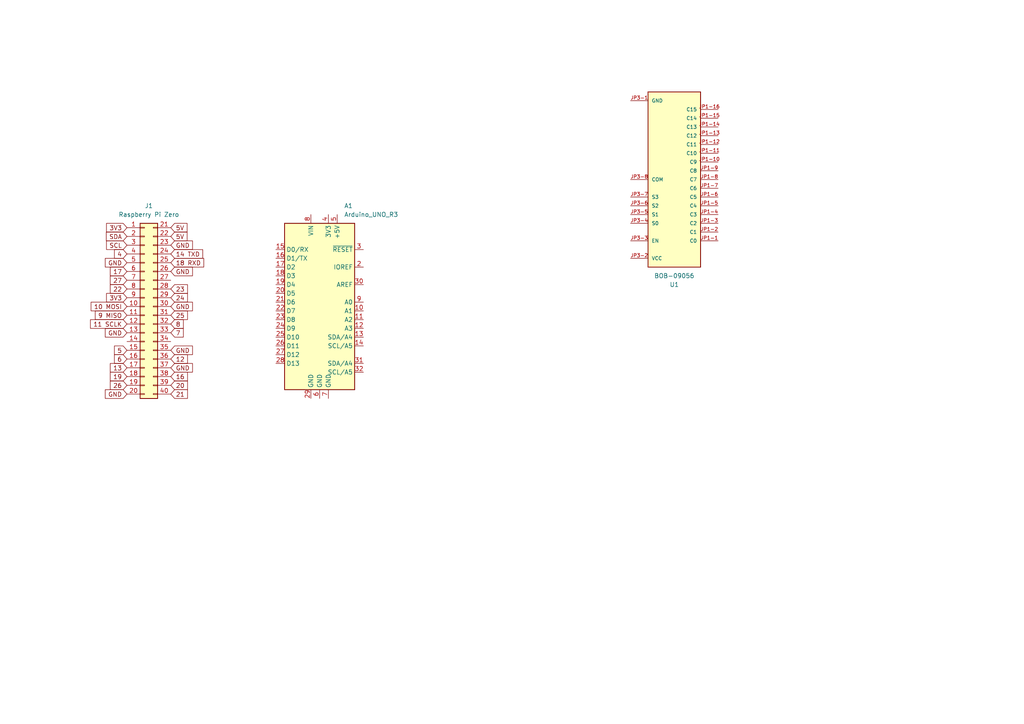
<source format=kicad_sch>
(kicad_sch (version 20211123) (generator eeschema)
  (paper "A4")
  (lib_symbols
    (symbol "BOB-09056:BOB-09056" (pin_names (offset 1.016))
      (property "Reference" "U" (at -7.62 25.908 0))
      (property "Value" "BOB-09056" (at -7.62 -27.94 0))
      (symbol "BOB-09056_0_0"
        (rectangle (start -7.62 -25.4) (end 7.62 25.4) (stroke (width 0.254)) (fill (type background)))
        (pin input line (at -12.7 17.78 0) (length 5.08) (name "C0") (number "JP1-1"))
        (pin input line (at -12.7 -5.08 0) (length 5.08) (name "C9") (number "JP1-10"))
        (pin input line (at -12.7 -7.62 0) (length 5.08) (name "C10") (number "JP1-11"))
        (pin input line (at -12.7 -10.16 0) (length 5.08) (name "C11") (number "JP1-12"))
        (pin input line (at -12.7 -12.7 0) (length 5.08) (name "C12") (number "JP1-13"))
        (pin input line (at -12.7 -15.24 0) (length 5.08) (name "C13") (number "JP1-14"))
        (pin input line (at -12.7 -17.78 0) (length 5.08) (name "C14") (number "JP1-15"))
        (pin input line (at -12.7 -20.32 0) (length 5.08) (name "C15") (number "JP1-16"))
        (pin input line (at -12.7 15.24 0) (length 5.08) (name "C1") (number "JP1-2"))
        (pin input line (at -12.7 12.7 0) (length 5.08) (name "C2") (number "JP1-3"))
        (pin input line (at -12.7 10.16 0) (length 5.08) (name "C3") (number "JP1-4"))
        (pin input line (at -12.7 7.62 0) (length 5.08) (name "C4") (number "JP1-5"))
        (pin input line (at -12.7 5.08 0) (length 5.08) (name "C5") (number "JP1-6"))
        (pin input line (at -12.7 2.54 0) (length 5.08) (name "C6") (number "JP1-7"))
        (pin input line (at -12.7 0 0) (length 5.08) (name "C7") (number "JP1-8"))
        (pin input line (at -12.7 -2.54 0) (length 5.08) (name "C8") (number "JP1-9"))
        (pin power_in line (at 12.7 -22.86 180) (length 5.08) (name "GND") (number "JP3-1"))
        (pin power_in line (at 12.7 22.86 180) (length 5.08) (name "VCC") (number "JP3-2"))
        (pin input line (at 12.7 17.78 180) (length 5.08) (name "EN") (number "JP3-3"))
        (pin input line (at 12.7 12.7 180) (length 5.08) (name "S0") (number "JP3-4"))
        (pin input line (at 12.7 10.16 180) (length 5.08) (name "S1") (number "JP3-5"))
        (pin input line (at 12.7 7.62 180) (length 5.08) (name "S2") (number "JP3-6"))
        (pin input line (at 12.7 5.08 180) (length 5.08) (name "S3") (number "JP3-7"))
        (pin bidirectional line (at 12.7 0 180) (length 5.08) (name "COM") (number "JP3-8"))
      )
    )
    (symbol "Connector_Generic:Conn_02x20_Top_Bottom" (pin_names (offset 1.016) hide)
      (property "Reference" "J" (at 1.27 25.4 0))
      (property "Value" "Conn_02x20_Top_Bottom" (at 1.27 -27.94 0))
      (symbol "Conn_02x20_Top_Bottom_1_1"
        (rectangle (start -1.27 -25.273) (end 0 -25.527) (stroke (width 0.1524)))
        (rectangle (start -1.27 -22.733) (end 0 -22.987) (stroke (width 0.1524)))
        (rectangle (start -1.27 -20.193) (end 0 -20.447) (stroke (width 0.1524)))
        (rectangle (start -1.27 -17.653) (end 0 -17.907) (stroke (width 0.1524)))
        (rectangle (start -1.27 -15.113) (end 0 -15.367) (stroke (width 0.1524)))
        (rectangle (start -1.27 -12.573) (end 0 -12.827) (stroke (width 0.1524)))
        (rectangle (start -1.27 -10.033) (end 0 -10.287) (stroke (width 0.1524)))
        (rectangle (start -1.27 -7.493) (end 0 -7.747) (stroke (width 0.1524)))
        (rectangle (start -1.27 -4.953) (end 0 -5.207) (stroke (width 0.1524)))
        (rectangle (start -1.27 -2.413) (end 0 -2.667) (stroke (width 0.1524)))
        (rectangle (start -1.27 0.127) (end 0 -0.127) (stroke (width 0.1524)))
        (rectangle (start -1.27 2.667) (end 0 2.413) (stroke (width 0.1524)))
        (rectangle (start -1.27 5.207) (end 0 4.953) (stroke (width 0.1524)))
        (rectangle (start -1.27 7.747) (end 0 7.493) (stroke (width 0.1524)))
        (rectangle (start -1.27 10.287) (end 0 10.033) (stroke (width 0.1524)))
        (rectangle (start -1.27 12.827) (end 0 12.573) (stroke (width 0.1524)))
        (rectangle (start -1.27 15.367) (end 0 15.113) (stroke (width 0.1524)))
        (rectangle (start -1.27 17.907) (end 0 17.653) (stroke (width 0.1524)))
        (rectangle (start -1.27 20.447) (end 0 20.193) (stroke (width 0.1524)))
        (rectangle (start -1.27 22.987) (end 0 22.733) (stroke (width 0.1524)))
        (rectangle (start -1.27 24.13) (end 3.81 -26.67) (stroke (width 0.254)) (fill (type background)))
        (rectangle (start 3.81 -25.273) (end 2.54 -25.527) (stroke (width 0.1524)))
        (rectangle (start 3.81 -22.733) (end 2.54 -22.987) (stroke (width 0.1524)))
        (rectangle (start 3.81 -20.193) (end 2.54 -20.447) (stroke (width 0.1524)))
        (rectangle (start 3.81 -17.653) (end 2.54 -17.907) (stroke (width 0.1524)))
        (rectangle (start 3.81 -15.113) (end 2.54 -15.367) (stroke (width 0.1524)))
        (rectangle (start 3.81 -12.573) (end 2.54 -12.827) (stroke (width 0.1524)))
        (rectangle (start 3.81 -10.033) (end 2.54 -10.287) (stroke (width 0.1524)))
        (rectangle (start 3.81 -7.493) (end 2.54 -7.747) (stroke (width 0.1524)))
        (rectangle (start 3.81 -4.953) (end 2.54 -5.207) (stroke (width 0.1524)))
        (rectangle (start 3.81 -2.413) (end 2.54 -2.667) (stroke (width 0.1524)))
        (rectangle (start 3.81 0.127) (end 2.54 -0.127) (stroke (width 0.1524)))
        (rectangle (start 3.81 2.667) (end 2.54 2.413) (stroke (width 0.1524)))
        (rectangle (start 3.81 5.207) (end 2.54 4.953) (stroke (width 0.1524)))
        (rectangle (start 3.81 7.747) (end 2.54 7.493) (stroke (width 0.1524)))
        (rectangle (start 3.81 10.287) (end 2.54 10.033) (stroke (width 0.1524)))
        (rectangle (start 3.81 12.827) (end 2.54 12.573) (stroke (width 0.1524)))
        (rectangle (start 3.81 15.367) (end 2.54 15.113) (stroke (width 0.1524)))
        (rectangle (start 3.81 17.907) (end 2.54 17.653) (stroke (width 0.1524)))
        (rectangle (start 3.81 20.447) (end 2.54 20.193) (stroke (width 0.1524)))
        (rectangle (start 3.81 22.987) (end 2.54 22.733) (stroke (width 0.1524)))
        (pin passive line (at -5.08 22.86 0) (length 3.81) (name "Pin_1") (number "1"))
        (pin passive line (at -5.08 0 0) (length 3.81) (name "Pin_10") (number "10"))
        (pin passive line (at -5.08 -2.54 0) (length 3.81) (name "Pin_11") (number "11"))
        (pin passive line (at -5.08 -5.08 0) (length 3.81) (name "Pin_12") (number "12"))
        (pin passive line (at -5.08 -7.62 0) (length 3.81) (name "Pin_13") (number "13"))
        (pin passive line (at -5.08 -10.16 0) (length 3.81) (name "Pin_14") (number "14"))
        (pin passive line (at -5.08 -12.7 0) (length 3.81) (name "Pin_15") (number "15"))
        (pin passive line (at -5.08 -15.24 0) (length 3.81) (name "Pin_16") (number "16"))
        (pin passive line (at -5.08 -17.78 0) (length 3.81) (name "Pin_17") (number "17"))
        (pin passive line (at -5.08 -20.32 0) (length 3.81) (name "Pin_18") (number "18"))
        (pin passive line (at -5.08 -22.86 0) (length 3.81) (name "Pin_19") (number "19"))
        (pin passive line (at -5.08 20.32 0) (length 3.81) (name "Pin_2") (number "2"))
        (pin passive line (at -5.08 -25.4 0) (length 3.81) (name "Pin_20") (number "20"))
        (pin passive line (at 7.62 22.86 180) (length 3.81) (name "Pin_21") (number "21"))
        (pin passive line (at 7.62 20.32 180) (length 3.81) (name "Pin_22") (number "22"))
        (pin passive line (at 7.62 17.78 180) (length 3.81) (name "Pin_23") (number "23"))
        (pin passive line (at 7.62 15.24 180) (length 3.81) (name "Pin_24") (number "24"))
        (pin passive line (at 7.62 12.7 180) (length 3.81) (name "Pin_25") (number "25"))
        (pin passive line (at 7.62 10.16 180) (length 3.81) (name "Pin_26") (number "26"))
        (pin passive line (at 7.62 7.62 180) (length 3.81) (name "Pin_27") (number "27"))
        (pin passive line (at 7.62 5.08 180) (length 3.81) (name "Pin_28") (number "28"))
        (pin passive line (at 7.62 2.54 180) (length 3.81) (name "Pin_29") (number "29"))
        (pin passive line (at -5.08 17.78 0) (length 3.81) (name "Pin_3") (number "3"))
        (pin passive line (at 7.62 0 180) (length 3.81) (name "Pin_30") (number "30"))
        (pin passive line (at 7.62 -2.54 180) (length 3.81) (name "Pin_31") (number "31"))
        (pin passive line (at 7.62 -5.08 180) (length 3.81) (name "Pin_32") (number "32"))
        (pin passive line (at 7.62 -7.62 180) (length 3.81) (name "Pin_33") (number "33"))
        (pin passive line (at 7.62 -10.16 180) (length 3.81) (name "Pin_34") (number "34"))
        (pin passive line (at 7.62 -12.7 180) (length 3.81) (name "Pin_35") (number "35"))
        (pin passive line (at 7.62 -15.24 180) (length 3.81) (name "Pin_36") (number "36"))
        (pin passive line (at 7.62 -17.78 180) (length 3.81) (name "Pin_37") (number "37"))
        (pin passive line (at 7.62 -20.32 180) (length 3.81) (name "Pin_38") (number "38"))
        (pin passive line (at 7.62 -22.86 180) (length 3.81) (name "Pin_39") (number "39"))
        (pin passive line (at -5.08 15.24 0) (length 3.81) (name "Pin_4") (number "4"))
        (pin passive line (at 7.62 -25.4 180) (length 3.81) (name "Pin_40") (number "40"))
        (pin passive line (at -5.08 12.7 0) (length 3.81) (name "Pin_5") (number "5"))
        (pin passive line (at -5.08 10.16 0) (length 3.81) (name "Pin_6") (number "6"))
        (pin passive line (at -5.08 7.62 0) (length 3.81) (name "Pin_7") (number "7"))
        (pin passive line (at -5.08 5.08 0) (length 3.81) (name "Pin_8") (number "8"))
        (pin passive line (at -5.08 2.54 0) (length 3.81) (name "Pin_9") (number "9"))
      )
    )
    (symbol "MCU_Module:Arduino_UNO_R3"
      (property "Reference" "A" (at -10.16 23.495 0))
      (property "Value" "Arduino_UNO_R3" (at 5.08 -26.67 0))
      (symbol "Arduino_UNO_R3_0_1"
        (rectangle (start -10.16 22.86) (end 10.16 -25.4) (stroke (width 0.254)) (fill (type background)))
      )
      (symbol "Arduino_UNO_R3_1_1"
        (pin no_connect line (at -10.16 -20.32 0) (length 2.54) hide (name "NC") (number "1"))
        (pin bidirectional line (at 12.7 -2.54 180) (length 2.54) (name "A1") (number "10"))
        (pin bidirectional line (at 12.7 -5.08 180) (length 2.54) (name "A2") (number "11"))
        (pin bidirectional line (at 12.7 -7.62 180) (length 2.54) (name "A3") (number "12"))
        (pin bidirectional line (at 12.7 -10.16 180) (length 2.54) (name "SDA/A4") (number "13"))
        (pin bidirectional line (at 12.7 -12.7 180) (length 2.54) (name "SCL/A5") (number "14"))
        (pin bidirectional line (at -12.7 15.24 0) (length 2.54) (name "D0/RX") (number "15"))
        (pin bidirectional line (at -12.7 12.7 0) (length 2.54) (name "D1/TX") (number "16"))
        (pin bidirectional line (at -12.7 10.16 0) (length 2.54) (name "D2") (number "17"))
        (pin bidirectional line (at -12.7 7.62 0) (length 2.54) (name "D3") (number "18"))
        (pin bidirectional line (at -12.7 5.08 0) (length 2.54) (name "D4") (number "19"))
        (pin output line (at 12.7 10.16 180) (length 2.54) (name "IOREF") (number "2"))
        (pin bidirectional line (at -12.7 2.54 0) (length 2.54) (name "D5") (number "20"))
        (pin bidirectional line (at -12.7 0 0) (length 2.54) (name "D6") (number "21"))
        (pin bidirectional line (at -12.7 -2.54 0) (length 2.54) (name "D7") (number "22"))
        (pin bidirectional line (at -12.7 -5.08 0) (length 2.54) (name "D8") (number "23"))
        (pin bidirectional line (at -12.7 -7.62 0) (length 2.54) (name "D9") (number "24"))
        (pin bidirectional line (at -12.7 -10.16 0) (length 2.54) (name "D10") (number "25"))
        (pin bidirectional line (at -12.7 -12.7 0) (length 2.54) (name "D11") (number "26"))
        (pin bidirectional line (at -12.7 -15.24 0) (length 2.54) (name "D12") (number "27"))
        (pin bidirectional line (at -12.7 -17.78 0) (length 2.54) (name "D13") (number "28"))
        (pin power_in line (at -2.54 -27.94 90) (length 2.54) (name "GND") (number "29"))
        (pin input line (at 12.7 15.24 180) (length 2.54) (name "~{RESET}") (number "3"))
        (pin input line (at 12.7 5.08 180) (length 2.54) (name "AREF") (number "30"))
        (pin bidirectional line (at 12.7 -17.78 180) (length 2.54) (name "SDA/A4") (number "31"))
        (pin bidirectional line (at 12.7 -20.32 180) (length 2.54) (name "SCL/A5") (number "32"))
        (pin power_out line (at 2.54 25.4 270) (length 2.54) (name "3V3") (number "4"))
        (pin power_out line (at 5.08 25.4 270) (length 2.54) (name "+5V") (number "5"))
        (pin power_in line (at 0 -27.94 90) (length 2.54) (name "GND") (number "6"))
        (pin power_in line (at 2.54 -27.94 90) (length 2.54) (name "GND") (number "7"))
        (pin power_in line (at -2.54 25.4 270) (length 2.54) (name "VIN") (number "8"))
        (pin bidirectional line (at 12.7 0 180) (length 2.54) (name "A0") (number "9"))
      )
    )
  )
  (global_label "13" (shape input) (at 36.83 106.68 180) (property "Intersheet References" "${INTERSHEET_REFS}" (effects hide)))
  (global_label "18 RXD" (shape input) (at 49.53 76.2 0) (property "Intersheet References" "${INTERSHEET_REFS}" (effects hide)))
  (global_label "24" (shape input) (at 49.53 86.36 0) (property "Intersheet References" "${INTERSHEET_REFS}" (effects hide)))
  (global_label "3V3" (shape input) (at 36.83 86.36 180) (property "Intersheet References" "${INTERSHEET_REFS}" (effects hide)))
  (global_label "SCL" (shape input) (at 36.83 71.12 180) (property "Intersheet References" "${INTERSHEET_REFS}" (effects hide)))
  (global_label "5V" (shape input) (at 49.53 66.04 0) (property "Intersheet References" "${INTERSHEET_REFS}" (effects hide)))
  (global_label "10 MOSI" (shape input) (at 36.83 88.9 180) (property "Intersheet References" "${INTERSHEET_REFS}" (effects hide)))
  (global_label "17" (shape input) (at 36.83 78.74 180) (property "Intersheet References" "${INTERSHEET_REFS}" (effects hide)))
  (global_label "21" (shape input) (at 49.53 114.3 0) (property "Intersheet References" "${INTERSHEET_REFS}" (effects hide)))
  (global_label "16" (shape input) (at 49.53 109.22 0) (property "Intersheet References" "${INTERSHEET_REFS}" (effects hide)))
  (global_label "9 MISO" (shape input) (at 36.83 91.44 180) (property "Intersheet References" "${INTERSHEET_REFS}" (effects hide)))
  (global_label "5" (shape input) (at 36.83 101.6 180) (property "Intersheet References" "${INTERSHEET_REFS}" (effects hide)))
  (global_label "GND" (shape input) (at 36.83 76.2 180) (property "Intersheet References" "${INTERSHEET_REFS}" (effects hide)))
  (global_label "4" (shape input) (at 36.83 73.66 180) (property "Intersheet References" "${INTERSHEET_REFS}" (effects hide)))
  (global_label "7" (shape input) (at 49.53 96.52 0) (property "Intersheet References" "${INTERSHEET_REFS}" (effects hide)))
  (global_label "19" (shape input) (at 36.83 109.22 180) (property "Intersheet References" "${INTERSHEET_REFS}" (effects hide)))
  (global_label "GND" (shape input) (at 36.83 114.3 180) (property "Intersheet References" "${INTERSHEET_REFS}" (effects hide)))
  (global_label "12" (shape input) (at 49.53 104.14 0) (property "Intersheet References" "${INTERSHEET_REFS}" (effects hide)))
  (global_label "5V" (shape input) (at 49.53 68.58 0) (property "Intersheet References" "${INTERSHEET_REFS}" (effects hide)))
  (global_label "GND" (shape input) (at 49.53 78.74 0) (property "Intersheet References" "${INTERSHEET_REFS}" (effects hide)))
  (global_label "3V3" (shape input) (at 36.83 66.04 180) (property "Intersheet References" "${INTERSHEET_REFS}" (effects hide)))
  (global_label "23" (shape input) (at 49.53 83.82 0) (property "Intersheet References" "${INTERSHEET_REFS}" (effects hide)))
  (global_label "6" (shape input) (at 36.83 104.14 180) (property "Intersheet References" "${INTERSHEET_REFS}" (effects hide)))
  (global_label "14 TXD" (shape input) (at 49.53 73.66 0) (property "Intersheet References" "${INTERSHEET_REFS}" (effects hide)))
  (global_label "SDA" (shape input) (at 36.83 68.58 180) (property "Intersheet References" "${INTERSHEET_REFS}" (effects hide)))
  (global_label "26" (shape input) (at 36.83 111.76 180) (property "Intersheet References" "${INTERSHEET_REFS}" (effects hide)))
  (global_label "8" (shape input) (at 49.53 93.98 0) (property "Intersheet References" "${INTERSHEET_REFS}" (effects hide)))
  (global_label "22" (shape input) (at 36.83 83.82 180) (property "Intersheet References" "${INTERSHEET_REFS}" (effects hide)))
  (global_label "GND" (shape input) (at 49.53 106.68 0) (property "Intersheet References" "${INTERSHEET_REFS}" (effects hide)))
  (global_label "GND" (shape input) (at 36.83 96.52 180) (property "Intersheet References" "${INTERSHEET_REFS}" (effects hide)))
  (global_label "25" (shape input) (at 49.53 91.44 0) (property "Intersheet References" "${INTERSHEET_REFS}" (effects hide)))
  (global_label "20" (shape input) (at 49.53 111.76 0) (property "Intersheet References" "${INTERSHEET_REFS}" (effects hide)))
  (global_label "11 SCLK" (shape input) (at 36.83 93.98 180) (property "Intersheet References" "${INTERSHEET_REFS}" (effects hide)))
  (global_label "GND" (shape input) (at 49.53 88.9 0) (property "Intersheet References" "${INTERSHEET_REFS}" (effects hide)))
  (global_label "27" (shape input) (at 36.83 81.28 180) (property "Intersheet References" "${INTERSHEET_REFS}" (effects hide)))
  (global_label "GND" (shape input) (at 49.53 101.6 0) (property "Intersheet References" "${INTERSHEET_REFS}" (effects hide)))
  (global_label "GND" (shape input) (at 49.53 71.12 0) (property "Intersheet References" "${INTERSHEET_REFS}" (effects hide)))
  (symbol (lib_id "BOB-09056:BOB-09056") (at 195.58 52.07 180) (unit 1)
    (property "Reference" "U1" (at 195.58 82.55 0))
    (property "Value" "BOB-09056" (at 195.58 80.01 0))
    (property "Footprint" "BOB-09056:MODULE_BOB-09056" (effects hide))
    (property "MF" "SparkFun Electronics" (effects hide))
    (property "MAXIMUM_PACKAGE_HEIGHT" "N/A" (effects hide))
    (property "Package" "None" (effects hide))
    (property "Price" "None" (effects hide))
    (property "Check_prices" "https://www.snapeda.com/parts/BOB-09056/SparkFun/view-part/?ref=eda" (effects hide))
    (property "STANDARD" "Manufacturer Recommendations" (effects hide))
    (property "PARTREV" "v11" (effects hide))
    (property "SnapEDA_Link" "https://www.snapeda.com/parts/BOB-09056/SparkFun/view-part/?ref=snap" (effects hide))
    (property "MP" "BOB-09056" (effects hide))
    (property "Description" "\n                        \n                            74HC4067 - Analog and Digital Switch Interface Evaluation Board\n                        \n" (effects hide))
    (property "Availability" "In Stock" (effects hide))
    (property "MANUFACTURER" "SparkFun Electronics" (effects hide))
  )
  (symbol (lib_id "Connector_Generic:Conn_02x20_Top_Bottom") (at 41.91 88.9 0) (unit 1)
    (property "Reference" "J1" (at 43.18 59.69 0))
    (property "Value" "Raspberry Pi Zero" (at 43.18 62.23 0))
    (property "Footprint" "Connector_PinSocket_2.54mm:PinSocket_2x20_P2.54mm_Vertical" (effects hide))
  )
  (symbol (lib_id "MCU_Module:Arduino_UNO_R3") (at 92.71 87.63 0) (unit 1)
    (property "Reference" "A1" (at 99.8094 59.69 0) (effects (justify left)))
    (property "Value" "Arduino_UNO_R3" (at 99.8094 62.23 0) (effects (justify left)))
    (property "Footprint" "Module:Arduino_UNO_R3" (effects hide))
    (property "Datasheet" "https://www.arduino.cc/en/Main/arduinoBoardUno" (effects hide))
  )
)
</source>
